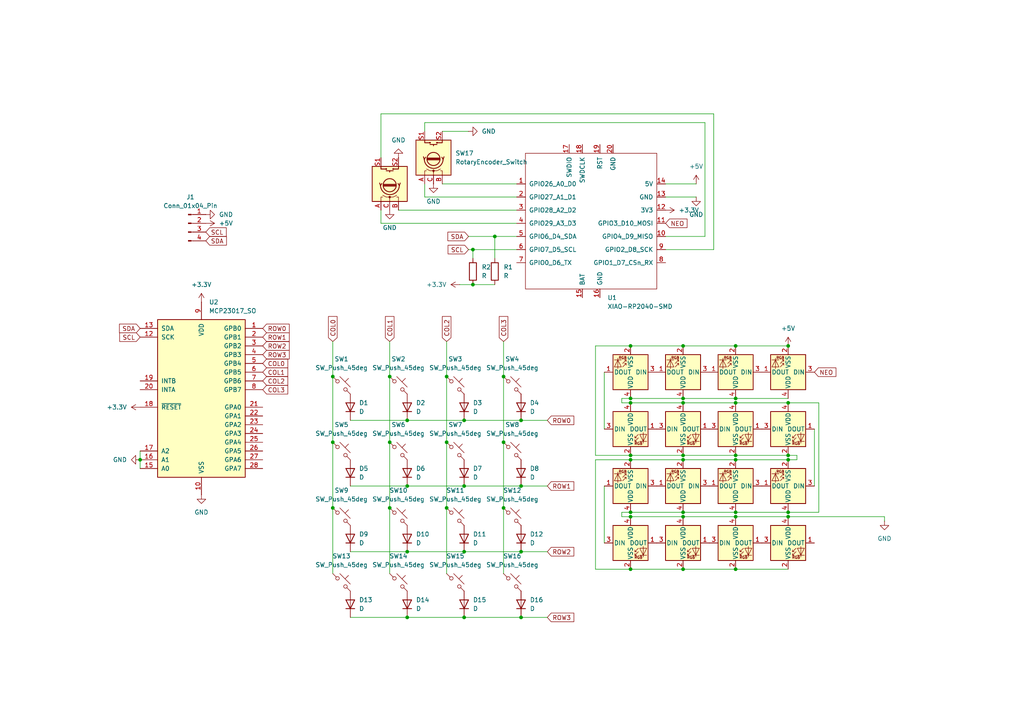
<source format=kicad_sch>
(kicad_sch (version 20231120) (generator "eeschema") (generator_version "8.0")
  (paper "A4")
  (lib_symbols
    (symbol "Connector:Conn_01x04_Pin" (pin_names (offset 1.016) hide)
      (property "Reference" "J" (at 0 5.08 0))
      (property "Value" "Conn_01x04_Pin" (at 0 -7.62 0))
      (symbol "Conn_01x04_Pin_1_1"
        (polyline (pts (xy 1.27 -5.08) (xy 0.8636 -5.08)) (stroke (width 0.1524)))
        (polyline (pts (xy 1.27 -2.54) (xy 0.8636 -2.54)) (stroke (width 0.1524)))
        (polyline (pts (xy 1.27 0) (xy 0.8636 0)) (stroke (width 0.1524)))
        (polyline (pts (xy 1.27 2.54) (xy 0.8636 2.54)) (stroke (width 0.1524)))
        (rectangle (start 0.8636 -4.953) (end 0 -5.207) (stroke (width 0.1524)) (fill (type outline)))
        (rectangle (start 0.8636 -2.413) (end 0 -2.667) (stroke (width 0.1524)) (fill (type outline)))
        (rectangle (start 0.8636 0.127) (end 0 -0.127) (stroke (width 0.1524)) (fill (type outline)))
        (rectangle (start 0.8636 2.667) (end 0 2.413) (stroke (width 0.1524)) (fill (type outline)))
        (pin passive line (at 5.08 2.54 180) (length 3.81) (name "Pin_1") (number "1"))
        (pin passive line (at 5.08 0 180) (length 3.81) (name "Pin_2") (number "2"))
        (pin passive line (at 5.08 -2.54 180) (length 3.81) (name "Pin_3") (number "3"))
        (pin passive line (at 5.08 -5.08 180) (length 3.81) (name "Pin_4") (number "4"))
      )
    )
    (symbol "Device:D" (pin_numbers hide) (pin_names (offset 1.016) hide)
      (property "Reference" "D" (at 0 2.54 0))
      (property "Value" "D" (at 0 -2.54 0))
      (symbol "D_0_1"
        (polyline (pts (xy -1.27 1.27) (xy -1.27 -1.27)) (stroke (width 0.254)))
        (polyline (pts (xy 1.27 0) (xy -1.27 0)))
        (polyline (pts (xy 1.27 1.27) (xy 1.27 -1.27) (xy -1.27 0) (xy 1.27 1.27)) (stroke (width 0.254)))
      )
      (symbol "D_1_1"
        (pin passive line (at -3.81 0 0) (length 2.54) (name "K") (number "1"))
        (pin passive line (at 3.81 0 180) (length 2.54) (name "A") (number "2"))
      )
    )
    (symbol "Device:R" (pin_numbers hide) (pin_names (offset 0))
      (property "Reference" "R" (at 2.032 0 90))
      (property "Value" "R" (at 0 0 90))
      (symbol "R_0_1"
        (rectangle (start -1.016 -2.54) (end 1.016 2.54) (stroke (width 0.254)))
      )
      (symbol "R_1_1"
        (pin passive line (at 0 3.81 270) (length 1.27) (name "~") (number "1"))
        (pin passive line (at 0 -3.81 90) (length 1.27) (name "~") (number "2"))
      )
    )
    (symbol "Device:RotaryEncoder_Switch" (pin_names (offset 0.254) hide)
      (property "Reference" "SW" (at 0 6.604 0))
      (property "Value" "RotaryEncoder_Switch" (at 0 -6.604 0))
      (symbol "RotaryEncoder_Switch_0_1"
        (rectangle (start -5.08 5.08) (end 5.08 -5.08) (stroke (width 0.254)) (fill (type background)))
        (circle (center -3.81 0) (radius 0.254) (fill (type outline)))
        (circle (center -0.381 0) (radius 1.905) (stroke (width 0.254)))
        (arc (start -0.381 2.667) (mid -3.0988 -0.0635) (end -0.381 -2.794) (stroke (width 0.254)))
        (polyline (pts (xy -0.635 -1.778) (xy -0.635 1.778)) (stroke (width 0.254)))
        (polyline (pts (xy -0.381 -1.778) (xy -0.381 1.778)) (stroke (width 0.254)))
        (polyline (pts (xy -0.127 1.778) (xy -0.127 -1.778)) (stroke (width 0.254)))
        (polyline (pts (xy 3.81 0) (xy 3.429 0)) (stroke (width 0.254)))
        (polyline (pts (xy 3.81 1.016) (xy 3.81 -1.016)) (stroke (width 0.254)))
        (polyline (pts (xy -5.08 -2.54) (xy -3.81 -2.54) (xy -3.81 -2.032)))
        (polyline (pts (xy -5.08 2.54) (xy -3.81 2.54) (xy -3.81 2.032)))
        (polyline (pts (xy 0.254 -3.048) (xy -0.508 -2.794) (xy 0.127 -2.413)) (stroke (width 0.254)))
        (polyline (pts (xy 0.254 2.921) (xy -0.508 2.667) (xy 0.127 2.286)) (stroke (width 0.254)))
        (polyline (pts (xy 5.08 -2.54) (xy 4.318 -2.54) (xy 4.318 -1.016)) (stroke (width 0.254)))
        (polyline (pts (xy 5.08 2.54) (xy 4.318 2.54) (xy 4.318 1.016)) (stroke (width 0.254)))
        (polyline (pts (xy -5.08 0) (xy -3.81 0) (xy -3.81 -1.016) (xy -3.302 -2.032)))
        (polyline (pts (xy -4.318 0) (xy -3.81 0) (xy -3.81 1.016) (xy -3.302 2.032)))
        (circle (center 4.318 -1.016) (radius 0.127) (stroke (width 0.254)))
        (circle (center 4.318 1.016) (radius 0.127) (stroke (width 0.254)))
      )
      (symbol "RotaryEncoder_Switch_1_1"
        (pin passive line (at -7.62 2.54 0) (length 2.54) (name "A") (number "A"))
        (pin passive line (at -7.62 -2.54 0) (length 2.54) (name "B") (number "B"))
        (pin passive line (at -7.62 0 0) (length 2.54) (name "C") (number "C"))
        (pin passive line (at 7.62 2.54 180) (length 2.54) (name "S1") (number "S1"))
        (pin passive line (at 7.62 -2.54 180) (length 2.54) (name "S2") (number "S2"))
      )
    )
    (symbol "Interface_Expansion:MCP23017_SO" (pin_names (offset 1.016))
      (property "Reference" "U" (at -11.43 24.13 0))
      (property "Value" "MCP23017_SO" (at 0 0 0))
      (symbol "MCP23017_SO_0_1"
        (rectangle (start -12.7 22.86) (end 12.7 -22.86) (stroke (width 0.254)) (fill (type background)))
      )
      (symbol "MCP23017_SO_1_1"
        (pin bidirectional line (at 17.78 20.32 180) (length 5.08) (name "GPB0") (number "1"))
        (pin power_in line (at 0 -27.94 90) (length 5.08) (name "VSS") (number "10"))
        (pin no_connect line (at -12.7 15.24 0) (length 5.08) hide (name "NC") (number "11"))
        (pin input line (at -17.78 17.78 0) (length 5.08) (name "SCK") (number "12"))
        (pin bidirectional line (at -17.78 20.32 0) (length 5.08) (name "SDA") (number "13"))
        (pin no_connect line (at -12.7 12.7 0) (length 5.08) hide (name "NC") (number "14"))
        (pin input line (at -17.78 -20.32 0) (length 5.08) (name "A0") (number "15"))
        (pin input line (at -17.78 -17.78 0) (length 5.08) (name "A1") (number "16"))
        (pin input line (at -17.78 -15.24 0) (length 5.08) (name "A2") (number "17"))
        (pin input line (at -17.78 -2.54 0) (length 5.08) (name "~{RESET}") (number "18"))
        (pin tri_state line (at -17.78 5.08 0) (length 5.08) (name "INTB") (number "19"))
        (pin bidirectional line (at 17.78 17.78 180) (length 5.08) (name "GPB1") (number "2"))
        (pin tri_state line (at -17.78 2.54 0) (length 5.08) (name "INTA") (number "20"))
        (pin bidirectional line (at 17.78 -2.54 180) (length 5.08) (name "GPA0") (number "21"))
        (pin bidirectional line (at 17.78 -5.08 180) (length 5.08) (name "GPA1") (number "22"))
        (pin bidirectional line (at 17.78 -7.62 180) (length 5.08) (name "GPA2") (number "23"))
        (pin bidirectional line (at 17.78 -10.16 180) (length 5.08) (name "GPA3") (number "24"))
        (pin bidirectional line (at 17.78 -12.7 180) (length 5.08) (name "GPA4") (number "25"))
        (pin bidirectional line (at 17.78 -15.24 180) (length 5.08) (name "GPA5") (number "26"))
        (pin bidirectional line (at 17.78 -17.78 180) (length 5.08) (name "GPA6") (number "27"))
        (pin bidirectional line (at 17.78 -20.32 180) (length 5.08) (name "GPA7") (number "28"))
        (pin bidirectional line (at 17.78 15.24 180) (length 5.08) (name "GPB2") (number "3"))
        (pin bidirectional line (at 17.78 12.7 180) (length 5.08) (name "GPB3") (number "4"))
        (pin bidirectional line (at 17.78 10.16 180) (length 5.08) (name "GPB4") (number "5"))
        (pin bidirectional line (at 17.78 7.62 180) (length 5.08) (name "GPB5") (number "6"))
        (pin bidirectional line (at 17.78 5.08 180) (length 5.08) (name "GPB6") (number "7"))
        (pin bidirectional line (at 17.78 2.54 180) (length 5.08) (name "GPB7") (number "8"))
        (pin power_in line (at 0 27.94 270) (length 5.08) (name "VDD") (number "9"))
      )
    )
    (symbol "LED:SK6812MINI" (pin_names (offset 0.254))
      (property "Reference" "D" (at 5.08 5.715 0))
      (property "Value" "SK6812MINI" (at 1.27 -5.715 0))
      (symbol "SK6812MINI_0_0"
        (text "RGB" (at 2.286 -4.191 0) (effects (font (size 0.762 0.762))))
      )
      (symbol "SK6812MINI_0_1"
        (polyline (pts (xy 1.27 -3.556) (xy 1.778 -3.556)))
        (polyline (pts (xy 1.27 -2.54) (xy 1.778 -2.54)))
        (polyline (pts (xy 4.699 -3.556) (xy 2.667 -3.556)))
        (polyline (pts (xy 2.286 -2.54) (xy 1.27 -3.556) (xy 1.27 -3.048)))
        (polyline (pts (xy 2.286 -1.524) (xy 1.27 -2.54) (xy 1.27 -2.032)))
        (polyline (pts (xy 3.683 -1.016) (xy 3.683 -3.556) (xy 3.683 -4.064)))
        (polyline (pts (xy 4.699 -1.524) (xy 2.667 -1.524) (xy 3.683 -3.556) (xy 4.699 -1.524)))
        (rectangle (start 5.08 5.08) (end -5.08 -5.08) (stroke (width 0.254)) (fill (type background)))
      )
      (symbol "SK6812MINI_1_1"
        (pin output line (at 7.62 0 180) (length 2.54) (name "DOUT") (number "1"))
        (pin power_in line (at 0 -7.62 90) (length 2.54) (name "VSS") (number "2"))
        (pin input line (at -7.62 0 0) (length 2.54) (name "DIN") (number "3"))
        (pin power_in line (at 0 7.62 270) (length 2.54) (name "VDD") (number "4"))
      )
    )
    (symbol "Seeed_Studio_XIAO_Series:XIAO-RP2040-SMD" (pin_names (offset 1.016))
      (property "Reference" "U" (at -18.542 23.114 0))
      (property "Value" "XIAO-RP2040-SMD" (at -8.382 21.336 0))
      (symbol "XIAO-RP2040-SMD_0_1"
        (rectangle (start 19.05 -19.05) (end -19.05 20.32))
      )
      (symbol "XIAO-RP2040-SMD_1_1"
        (pin passive line (at -21.59 11.43 0) (length 2.54) (name "GPIO26_A0_D0") (number "1"))
        (pin passive line (at 21.59 -3.81 180) (length 2.54) (name "GPIO4_D9_MISO") (number "10"))
        (pin passive line (at 21.59 0 180) (length 2.54) (name "GPIO3_D10_MOSI") (number "11"))
        (pin passive line (at 21.59 3.81 180) (length 2.54) (name "3V3") (number "12"))
        (pin passive line (at 21.59 7.62 180) (length 2.54) (name "GND") (number "13"))
        (pin passive line (at 21.59 11.43 180) (length 2.54) (name "5V") (number "14"))
        (pin passive line (at -2.54 -21.59 90) (length 2.54) (name "BAT") (number "15"))
        (pin passive line (at 2.54 -21.59 90) (length 2.54) (name "GND") (number "16"))
        (pin passive line (at -6.35 22.86 270) (length 2.54) (name "SWDIO") (number "17"))
        (pin passive line (at -2.54 22.86 270) (length 2.54) (name "SWDCLK") (number "18"))
        (pin passive line (at 2.54 22.86 270) (length 2.54) (name "RST") (number "19"))
        (pin passive line (at -21.59 7.62 0) (length 2.54) (name "GPIO27_A1_D1") (number "2"))
        (pin passive line (at 6.35 22.86 270) (length 2.54) (name "GND") (number "20"))
        (pin passive line (at -21.59 3.81 0) (length 2.54) (name "GPIO28_A2_D2") (number "3"))
        (pin passive line (at -21.59 0 0) (length 2.54) (name "GPIO29_A3_D3") (number "4"))
        (pin passive line (at -21.59 -3.81 0) (length 2.54) (name "GPIO6_D4_SDA") (number "5"))
        (pin passive line (at -21.59 -7.62 0) (length 2.54) (name "GPIO7_D5_SCL") (number "6"))
        (pin passive line (at -21.59 -11.43 0) (length 2.54) (name "GPIO0_D6_TX") (number "7"))
        (pin passive line (at 21.59 -11.43 180) (length 2.54) (name "GPIO1_D7_CSn_RX") (number "8"))
        (pin passive line (at 21.59 -7.62 180) (length 2.54) (name "GPIO2_D8_SCK") (number "9"))
      )
    )
    (symbol "Switch:SW_Push_45deg" (pin_numbers hide) (pin_names (offset 1.016) hide)
      (property "Reference" "SW" (at 3.048 1.016 0))
      (property "Value" "SW_Push_45deg" (at 0 -3.81 0))
      (symbol "SW_Push_45deg_0_1"
        (circle (center -1.1684 1.1684) (radius 0.508))
        (polyline (pts (xy -0.508 2.54) (xy 2.54 -0.508)))
        (polyline (pts (xy 1.016 1.016) (xy 2.032 2.032)))
        (polyline (pts (xy -2.54 2.54) (xy -1.524 1.524) (xy -1.524 1.524)))
        (polyline (pts (xy 1.524 -1.524) (xy 2.54 -2.54) (xy 2.54 -2.54) (xy 2.54 -2.54)))
        (circle (center 1.143 -1.1938) (radius 0.508))
        (pin passive line (at -2.54 2.54 0) (length 0) (name "1") (number "1"))
        (pin passive line (at 2.54 -2.54 180) (length 0) (name "2") (number "2"))
      )
    )
    (symbol "power:+3.3V" (power) (pin_numbers hide) (pin_names (offset 0) hide)
      (property "Value" "+3.3V" (at 0 3.556 0))
      (symbol "+3.3V_0_1"
        (polyline (pts (xy -0.762 1.27) (xy 0 2.54)))
        (polyline (pts (xy 0 0) (xy 0 2.54)))
        (polyline (pts (xy 0 2.54) (xy 0.762 1.27)))
      )
      (symbol "+3.3V_1_1"
        (pin power_in line (at 0 0 90) (length 0) (name "~") (number "1"))
      )
    )
    (symbol "power:+5V" (power) (pin_numbers hide) (pin_names (offset 0) hide)
      (property "Value" "+5V" (at 0 3.556 0))
      (symbol "+5V_0_1"
        (polyline (pts (xy -0.762 1.27) (xy 0 2.54)))
        (polyline (pts (xy 0 0) (xy 0 2.54)))
        (polyline (pts (xy 0 2.54) (xy 0.762 1.27)))
      )
      (symbol "+5V_1_1"
        (pin power_in line (at 0 0 90) (length 0) (name "~") (number "1"))
      )
    )
    (symbol "power:GND" (power) (pin_numbers hide) (pin_names (offset 0) hide)
      (property "Value" "GND" (at 0 -3.81 0))
      (symbol "GND_0_1"
        (polyline (pts (xy 0 0) (xy 0 -1.27) (xy 1.27 -1.27) (xy 0 -2.54) (xy -1.27 -1.27) (xy 0 -1.27)))
      )
      (symbol "GND_1_1"
        (pin power_in line (at 0 0 270) (length 0) (name "~") (number "1"))
      )
    )
  )
  (junction (at 213.36 132.08))
  (junction (at 198.12 133.35))
  (junction (at 198.12 149.86))
  (junction (at 134.62 121.92))
  (junction (at 198.12 165.1))
  (junction (at 213.36 149.86))
  (junction (at 137.16 72.39))
  (junction (at 146.05 128.27))
  (junction (at 118.11 179.07))
  (junction (at 182.88 100.33))
  (junction (at 146.05 109.22))
  (junction (at 228.6 116.84))
  (junction (at 96.52 147.32))
  (junction (at 182.88 148.59))
  (junction (at 182.88 132.08))
  (junction (at 198.12 115.57))
  (junction (at 129.54 128.27))
  (junction (at 134.62 179.07))
  (junction (at 198.12 100.33))
  (junction (at 137.16 82.55))
  (junction (at 129.54 109.22))
  (junction (at 113.03 109.22))
  (junction (at 151.13 140.97))
  (junction (at 151.13 179.07))
  (junction (at 151.13 160.02))
  (junction (at 213.36 133.35))
  (junction (at 129.54 147.32))
  (junction (at 146.05 147.32))
  (junction (at 213.36 115.57))
  (junction (at 182.88 165.1))
  (junction (at 228.6 100.33))
  (junction (at 213.36 148.59))
  (junction (at 198.12 116.84))
  (junction (at 96.52 109.22))
  (junction (at 134.62 140.97))
  (junction (at 40.64 133.35))
  (junction (at 228.6 132.08))
  (junction (at 198.12 148.59))
  (junction (at 151.13 121.92))
  (junction (at 228.6 133.35))
  (junction (at 198.12 132.08))
  (junction (at 182.88 133.35))
  (junction (at 228.6 149.86))
  (junction (at 118.11 140.97))
  (junction (at 228.6 148.59))
  (junction (at 143.51 68.58))
  (junction (at 113.03 147.32))
  (junction (at 182.88 115.57))
  (junction (at 213.36 116.84))
  (junction (at 118.11 160.02))
  (junction (at 182.88 149.86))
  (junction (at 182.88 116.84))
  (junction (at 118.11 121.92))
  (junction (at 96.52 128.27))
  (junction (at 213.36 100.33))
  (junction (at 113.03 128.27))
  (junction (at 134.62 160.02))
  (junction (at 213.36 165.1))
  (wire (pts (xy 151.13 160.02) (xy 158.75 160.02)))
  (wire (pts (xy 180.34 148.59) (xy 180.34 149.86)))
  (wire (pts (xy 182.88 149.86) (xy 198.12 149.86)))
  (wire (pts (xy 110.49 33.02) (xy 207.01 33.02)))
  (wire (pts (xy 172.72 132.08) (xy 182.88 132.08)))
  (wire (pts (xy 137.16 74.93) (xy 137.16 72.39)))
  (wire (pts (xy 146.05 147.32) (xy 146.05 166.37)))
  (wire (pts (xy 137.16 72.39) (xy 135.89 72.39)))
  (wire (pts (xy 137.16 72.39) (xy 149.86 72.39)))
  (wire (pts (xy 204.47 35.56) (xy 204.47 68.58)))
  (wire (pts (xy 129.54 109.22) (xy 129.54 128.27)))
  (wire (pts (xy 182.88 132.08) (xy 198.12 132.08)))
  (wire (pts (xy 182.88 165.1) (xy 198.12 165.1)))
  (wire (pts (xy 96.52 99.06) (xy 96.52 109.22)))
  (wire (pts (xy 135.89 68.58) (xy 143.51 68.58)))
  (wire (pts (xy 236.22 124.46) (xy 236.22 140.97)))
  (wire (pts (xy 172.72 100.33) (xy 172.72 132.08)))
  (wire (pts (xy 237.49 148.59) (xy 228.6 148.59)))
  (wire (pts (xy 198.12 133.35) (xy 182.88 133.35)))
  (wire (pts (xy 129.54 128.27) (xy 129.54 147.32)))
  (wire (pts (xy 175.26 140.97) (xy 175.26 157.48)))
  (wire (pts (xy 123.19 57.15) (xy 149.86 57.15)))
  (wire (pts (xy 182.88 133.35) (xy 172.72 133.35)))
  (wire (pts (xy 129.54 147.32) (xy 129.54 166.37)))
  (wire (pts (xy 123.19 35.56) (xy 204.47 35.56)))
  (wire (pts (xy 198.12 165.1) (xy 213.36 165.1)))
  (wire (pts (xy 180.34 116.84) (xy 182.88 116.84)))
  (wire (pts (xy 118.11 121.92) (xy 134.62 121.92)))
  (wire (pts (xy 151.13 179.07) (xy 158.75 179.07)))
  (wire (pts (xy 134.62 179.07) (xy 151.13 179.07)))
  (wire (pts (xy 118.11 140.97) (xy 134.62 140.97)))
  (wire (pts (xy 198.12 100.33) (xy 182.88 100.33)))
  (wire (pts (xy 228.6 133.35) (xy 213.36 133.35)))
  (wire (pts (xy 198.12 149.86) (xy 213.36 149.86)))
  (wire (pts (xy 198.12 115.57) (xy 182.88 115.57)))
  (wire (pts (xy 143.51 68.58) (xy 149.86 68.58)))
  (wire (pts (xy 228.6 100.33) (xy 213.36 100.33)))
  (wire (pts (xy 134.62 160.02) (xy 151.13 160.02)))
  (wire (pts (xy 40.64 130.81) (xy 40.64 133.35)))
  (wire (pts (xy 207.01 33.02) (xy 207.01 72.39)))
  (wire (pts (xy 123.19 35.56) (xy 123.19 38.1)))
  (wire (pts (xy 231.14 132.08) (xy 231.14 133.35)))
  (wire (pts (xy 143.51 74.93) (xy 143.51 68.58)))
  (wire (pts (xy 180.34 115.57) (xy 180.34 116.84)))
  (wire (pts (xy 256.54 149.86) (xy 256.54 151.13)))
  (wire (pts (xy 193.04 53.34) (xy 201.93 53.34)))
  (wire (pts (xy 113.03 109.22) (xy 113.03 128.27)))
  (wire (pts (xy 96.52 109.22) (xy 96.52 128.27)))
  (wire (pts (xy 129.54 99.06) (xy 129.54 109.22)))
  (wire (pts (xy 40.64 133.35) (xy 40.64 135.89)))
  (wire (pts (xy 134.62 140.97) (xy 151.13 140.97)))
  (wire (pts (xy 182.88 148.59) (xy 180.34 148.59)))
  (wire (pts (xy 228.6 116.84) (xy 237.49 116.84)))
  (wire (pts (xy 175.26 107.95) (xy 175.26 124.46)))
  (wire (pts (xy 118.11 160.02) (xy 134.62 160.02)))
  (wire (pts (xy 110.49 60.96) (xy 110.49 64.77)))
  (wire (pts (xy 110.49 45.72) (xy 110.49 33.02)))
  (wire (pts (xy 113.03 128.27) (xy 113.03 147.32)))
  (wire (pts (xy 213.36 100.33) (xy 198.12 100.33)))
  (wire (pts (xy 172.72 133.35) (xy 172.72 165.1)))
  (wire (pts (xy 213.36 116.84) (xy 228.6 116.84)))
  (wire (pts (xy 213.36 133.35) (xy 198.12 133.35)))
  (wire (pts (xy 213.36 165.1) (xy 228.6 165.1)))
  (wire (pts (xy 151.13 121.92) (xy 158.75 121.92)))
  (wire (pts (xy 182.88 116.84) (xy 198.12 116.84)))
  (wire (pts (xy 101.6 140.97) (xy 118.11 140.97)))
  (wire (pts (xy 198.12 148.59) (xy 182.88 148.59)))
  (wire (pts (xy 151.13 140.97) (xy 158.75 140.97)))
  (wire (pts (xy 113.03 99.06) (xy 113.03 109.22)))
  (wire (pts (xy 101.6 121.92) (xy 118.11 121.92)))
  (wire (pts (xy 204.47 68.58) (xy 193.04 68.58)))
  (wire (pts (xy 182.88 100.33) (xy 172.72 100.33)))
  (wire (pts (xy 180.34 149.86) (xy 182.88 149.86)))
  (wire (pts (xy 207.01 72.39) (xy 193.04 72.39)))
  (wire (pts (xy 193.04 57.15) (xy 201.93 57.15)))
  (wire (pts (xy 146.05 99.06) (xy 146.05 109.22)))
  (wire (pts (xy 228.6 132.08) (xy 231.14 132.08)))
  (wire (pts (xy 213.36 132.08) (xy 228.6 132.08)))
  (wire (pts (xy 134.62 121.92) (xy 151.13 121.92)))
  (wire (pts (xy 198.12 116.84) (xy 213.36 116.84)))
  (wire (pts (xy 146.05 128.27) (xy 146.05 147.32)))
  (wire (pts (xy 231.14 133.35) (xy 228.6 133.35)))
  (wire (pts (xy 128.27 38.1) (xy 135.89 38.1)))
  (wire (pts (xy 96.52 128.27) (xy 96.52 147.32)))
  (wire (pts (xy 128.27 53.34) (xy 149.86 53.34)))
  (wire (pts (xy 182.88 115.57) (xy 180.34 115.57)))
  (wire (pts (xy 115.57 60.96) (xy 149.86 60.96)))
  (wire (pts (xy 172.72 165.1) (xy 182.88 165.1)))
  (wire (pts (xy 118.11 179.07) (xy 134.62 179.07)))
  (wire (pts (xy 110.49 64.77) (xy 149.86 64.77)))
  (wire (pts (xy 96.52 147.32) (xy 96.52 166.37)))
  (wire (pts (xy 213.36 115.57) (xy 198.12 115.57)))
  (wire (pts (xy 228.6 149.86) (xy 256.54 149.86)))
  (wire (pts (xy 228.6 148.59) (xy 213.36 148.59)))
  (wire (pts (xy 237.49 116.84) (xy 237.49 148.59)))
  (wire (pts (xy 228.6 115.57) (xy 213.36 115.57)))
  (wire (pts (xy 213.36 149.86) (xy 228.6 149.86)))
  (wire (pts (xy 113.03 147.32) (xy 113.03 166.37)))
  (wire (pts (xy 101.6 179.07) (xy 118.11 179.07)))
  (wire (pts (xy 101.6 160.02) (xy 118.11 160.02)))
  (wire (pts (xy 198.12 132.08) (xy 213.36 132.08)))
  (wire (pts (xy 146.05 109.22) (xy 146.05 128.27)))
  (wire (pts (xy 137.16 82.55) (xy 143.51 82.55)))
  (wire (pts (xy 123.19 57.15) (xy 123.19 53.34)))
  (wire (pts (xy 213.36 148.59) (xy 198.12 148.59)))
  (wire (pts (xy 133.35 82.55) (xy 137.16 82.55)))
  (global_label "COL2" (shape input) (at 129.54 99.06 90) (property "Intersheetrefs" "${INTERSHEET_REFS}" (effects (hide yes))))
  (global_label "SDA" (shape input) (at 40.64 95.25 180) (property "Intersheetrefs" "${INTERSHEET_REFS}" (effects (hide yes))))
  (global_label "ROW2" (shape input) (at 76.2 100.33 0) (property "Intersheetrefs" "${INTERSHEET_REFS}" (effects (hide yes))))
  (global_label "ROW1" (shape input) (at 158.75 140.97 0) (property "Intersheetrefs" "${INTERSHEET_REFS}" (effects (hide yes))))
  (global_label "COL1" (shape input) (at 76.2 107.95 0) (property "Intersheetrefs" "${INTERSHEET_REFS}" (effects (hide yes))))
  (global_label "ROW3" (shape input) (at 158.75 179.07 0) (property "Intersheetrefs" "${INTERSHEET_REFS}" (effects (hide yes))))
  (global_label "ROW2" (shape input) (at 158.75 160.02 0) (property "Intersheetrefs" "${INTERSHEET_REFS}" (effects (hide yes))))
  (global_label "NEO" (shape input) (at 193.04 64.77 0) (property "Intersheetrefs" "${INTERSHEET_REFS}" (effects (hide yes))))
  (global_label "COL2" (shape input) (at 76.2 110.49 0) (property "Intersheetrefs" "${INTERSHEET_REFS}" (effects (hide yes))))
  (global_label "SCL" (shape input) (at 40.64 97.79 180) (property "Intersheetrefs" "${INTERSHEET_REFS}" (effects (hide yes))))
  (global_label "COL0" (shape input) (at 76.2 105.41 0) (property "Intersheetrefs" "${INTERSHEET_REFS}" (effects (hide yes))))
  (global_label "COL0" (shape input) (at 96.52 99.06 90) (property "Intersheetrefs" "${INTERSHEET_REFS}" (effects (hide yes))))
  (global_label "COL1" (shape input) (at 113.03 99.06 90) (property "Intersheetrefs" "${INTERSHEET_REFS}" (effects (hide yes))))
  (global_label "ROW0" (shape input) (at 76.2 95.25 0) (property "Intersheetrefs" "${INTERSHEET_REFS}" (effects (hide yes))))
  (global_label "SDA" (shape input) (at 135.89 68.58 180) (property "Intersheetrefs" "${INTERSHEET_REFS}" (effects (hide yes))))
  (global_label "ROW1" (shape input) (at 76.2 97.79 0) (property "Intersheetrefs" "${INTERSHEET_REFS}" (effects (hide yes))))
  (global_label "ROW3" (shape input) (at 76.2 102.87 0) (property "Intersheetrefs" "${INTERSHEET_REFS}" (effects (hide yes))))
  (global_label "SCL" (shape input) (at 59.69 67.31 0) (property "Intersheetrefs" "${INTERSHEET_REFS}" (effects (hide yes))))
  (global_label "COL3" (shape input) (at 76.2 113.03 0) (property "Intersheetrefs" "${INTERSHEET_REFS}" (effects (hide yes))))
  (global_label "ROW0" (shape input) (at 158.75 121.92 0) (property "Intersheetrefs" "${INTERSHEET_REFS}" (effects (hide yes))))
  (global_label "SDA" (shape input) (at 59.69 69.85 0) (property "Intersheetrefs" "${INTERSHEET_REFS}" (effects (hide yes))))
  (global_label "NEO" (shape input) (at 236.22 107.95 0) (property "Intersheetrefs" "${INTERSHEET_REFS}" (effects (hide yes))))
  (global_label "SCL" (shape input) (at 135.89 72.39 180) (property "Intersheetrefs" "${INTERSHEET_REFS}" (effects (hide yes))))
  (global_label "COL3" (shape input) (at 146.05 99.06 90) (property "Intersheetrefs" "${INTERSHEET_REFS}" (effects (hide yes))))
  (symbol (lib_id "LED:SK6812MINI") (at 213.36 107.95 180) (unit 1)
    (property "Reference" "D18" (effects (hide yes)))
    (property "Value" "SK6812MINI" (effects (hide yes)))
    (property "Footprint" "CustomLib:GoofyLED" (effects (hide yes)))
    (property "Datasheet" "https://cdn-shop.adafruit.com/product-files/2686/SK6812MINI_REV.01-1-2.pdf" (effects (hide yes)))
    (property "Description" "RGB LED with integrated controller" (effects (hide yes)))
  )
  (symbol (lib_id "Device:RotaryEncoder_Switch") (at 113.03 53.34 90) (unit 1)
    (property "Reference" "SW18" (effects (hide yes)))
    (property "Value" "RotaryEncoder_Switch" (effects (hide yes)))
    (property "Footprint" "Rotary_Encoder:RotaryEncoder_Alps_EC11E-Switch_Vertical_H20mm_CircularMountingHoles" (effects (hide yes)))
    (property "Description" "Rotary encoder, dual channel, incremental quadrate outputs, with switch" (effects (hide yes)))
  )
  (symbol (lib_id "Device:D") (at 118.11 175.26 90) (unit 1)
    (property "Reference" "D14" (at 120.65 173.9899 90) (effects (justify right)))
    (property "Value" "D" (at 120.65 176.5299 90) (effects (justify right)))
    (property "Footprint" "Diode_THT:D_DO-35_SOD27_P7.62mm_Horizontal" (effects (hide yes)))
    (property "Description" "Diode" (effects (hide yes)))
    (property "Sim.Device" "D" (effects (hide yes)))
    (property "Sim.Pins" "1=K 2=A" (effects (hide yes)))
  )
  (symbol (lib_id "Switch:SW_Push_45deg") (at 132.08 168.91 0) (unit 1)
    (property "Reference" "SW15" (at 132.08 161.29 0))
    (property "Value" "SW_Push_45deg" (at 132.08 163.83 0))
    (property "Footprint" "CustomLib:CustomSwitch" (effects (hide yes)))
    (property "Description" "Push button switch, normally open, two pins, 45° tilted" (effects (hide yes)))
  )
  (symbol (lib_id "Switch:SW_Push_45deg") (at 99.06 168.91 0) (unit 1)
    (property "Reference" "SW13" (at 99.06 161.29 0))
    (property "Value" "SW_Push_45deg" (at 99.06 163.83 0))
    (property "Footprint" "CustomLib:CustomSwitch" (effects (hide yes)))
    (property "Description" "Push button switch, normally open, two pins, 45° tilted" (effects (hide yes)))
  )
  (symbol (lib_id "power:+5V") (at 228.6 100.33 0) (unit 1)
    (property "Reference" "#PWR012" (effects (hide yes)))
    (property "Value" "+5V" (at 228.6 95.25 0))
    (property "Description" "Power symbol creates a global label with name \"+5V\"" (effects (hide yes)))
  )
  (symbol (lib_id "Device:D") (at 101.6 156.21 90) (unit 1)
    (property "Reference" "D9" (at 104.14 154.9399 90) (effects (justify right)))
    (property "Value" "D" (at 104.14 157.4799 90) (effects (justify right)))
    (property "Footprint" "Diode_THT:D_DO-35_SOD27_P7.62mm_Horizontal" (effects (hide yes)))
    (property "Description" "Diode" (effects (hide yes)))
    (property "Sim.Device" "D" (effects (hide yes)))
    (property "Sim.Pins" "1=K 2=A" (effects (hide yes)))
  )
  (symbol (lib_id "LED:SK6812MINI") (at 182.88 140.97 180) (unit 1)
    (property "Reference" "D28" (effects (hide yes)))
    (property "Value" "SK6812MINI" (effects (hide yes)))
    (property "Footprint" "CustomLib:GoofyLED" (effects (hide yes)))
    (property "Datasheet" "https://cdn-shop.adafruit.com/product-files/2686/SK6812MINI_REV.01-1-2.pdf" (effects (hide yes)))
    (property "Description" "RGB LED with integrated controller" (effects (hide yes)))
  )
  (symbol (lib_id "LED:SK6812MINI") (at 198.12 157.48 0) (unit 1)
    (property "Reference" "D30" (effects (hide yes)))
    (property "Value" "SK6812MINI" (effects (hide yes)))
    (property "Footprint" "CustomLib:GoofyLED" (effects (hide yes)))
    (property "Datasheet" "https://cdn-shop.adafruit.com/product-files/2686/SK6812MINI_REV.01-1-2.pdf" (effects (hide yes)))
    (property "Description" "RGB LED with integrated controller" (effects (hide yes)))
  )
  (symbol (lib_id "power:+3.3V") (at 58.42 87.63 0) (unit 1)
    (property "Reference" "#PWR09" (effects (hide yes)))
    (property "Value" "+3.3V" (at 58.42 82.55 0))
    (property "Description" "Power symbol creates a global label with name \"+3.3V\"" (effects (hide yes)))
  )
  (symbol (lib_id "power:GND") (at 115.57 45.72 180) (unit 1)
    (property "Reference" "#PWR016" (effects (hide yes)))
    (property "Value" "GND" (at 115.57 40.64 0))
    (property "Description" "Power symbol creates a global label with name \"GND\" , ground" (effects (hide yes)))
  )
  (symbol (lib_id "Switch:SW_Push_45deg") (at 115.57 149.86 0) (unit 1)
    (property "Reference" "SW10" (at 115.57 142.24 0))
    (property "Value" "SW_Push_45deg" (at 115.57 144.78 0))
    (property "Footprint" "CustomLib:CustomSwitch" (effects (hide yes)))
    (property "Description" "Push button switch, normally open, two pins, 45° tilted" (effects (hide yes)))
  )
  (symbol (lib_id "power:+3.3V") (at 40.64 118.11 90) (unit 1)
    (property "Reference" "#PWR06" (effects (hide yes)))
    (property "Value" "+3.3V" (at 36.83 118.1099 90) (effects (justify left)))
    (property "Description" "Power symbol creates a global label with name \"+3.3V\"" (effects (hide yes)))
  )
  (symbol (lib_id "LED:SK6812MINI") (at 198.12 107.95 180) (unit 1)
    (property "Reference" "D19" (effects (hide yes)))
    (property "Value" "SK6812MINI" (effects (hide yes)))
    (property "Footprint" "CustomLib:GoofyLED" (effects (hide yes)))
    (property "Datasheet" "https://cdn-shop.adafruit.com/product-files/2686/SK6812MINI_REV.01-1-2.pdf" (effects (hide yes)))
    (property "Description" "RGB LED with integrated controller" (effects (hide yes)))
  )
  (symbol (lib_id "LED:SK6812MINI") (at 198.12 140.97 180) (unit 1)
    (property "Reference" "D27" (effects (hide yes)))
    (property "Value" "SK6812MINI" (effects (hide yes)))
    (property "Footprint" "CustomLib:GoofyLED" (effects (hide yes)))
    (property "Datasheet" "https://cdn-shop.adafruit.com/product-files/2686/SK6812MINI_REV.01-1-2.pdf" (effects (hide yes)))
    (property "Description" "RGB LED with integrated controller" (effects (hide yes)))
  )
  (symbol (lib_id "Switch:SW_Push_45deg") (at 99.06 111.76 0) (unit 1)
    (property "Reference" "SW1" (at 99.06 104.14 0))
    (property "Value" "SW_Push_45deg" (at 99.06 106.68 0))
    (property "Footprint" "CustomLib:CustomSwitch" (effects (hide yes)))
    (property "Description" "Push button switch, normally open, two pins, 45° tilted" (effects (hide yes)))
  )
  (symbol (lib_id "Switch:SW_Push_45deg") (at 148.59 111.76 0) (unit 1)
    (property "Reference" "SW4" (at 148.59 104.14 0))
    (property "Value" "SW_Push_45deg" (at 148.59 106.68 0))
    (property "Footprint" "CustomLib:CustomSwitch" (effects (hide yes)))
    (property "Description" "Push button switch, normally open, two pins, 45° tilted" (effects (hide yes)))
  )
  (symbol (lib_id "Device:D") (at 151.13 137.16 90) (unit 1)
    (property "Reference" "D8" (at 153.67 135.8899 90) (effects (justify right)))
    (property "Value" "D" (at 153.67 138.4299 90) (effects (justify right)))
    (property "Footprint" "Diode_THT:D_DO-35_SOD27_P7.62mm_Horizontal" (effects (hide yes)))
    (property "Description" "Diode" (effects (hide yes)))
    (property "Sim.Device" "D" (effects (hide yes)))
    (property "Sim.Pins" "1=K 2=A" (effects (hide yes)))
  )
  (symbol (lib_id "Switch:SW_Push_45deg") (at 99.06 130.81 0) (unit 1)
    (property "Reference" "SW5" (at 99.06 123.19 0))
    (property "Value" "SW_Push_45deg" (at 99.06 125.73 0))
    (property "Footprint" "CustomLib:CustomSwitch" (effects (hide yes)))
    (property "Description" "Push button switch, normally open, two pins, 45° tilted" (effects (hide yes)))
  )
  (symbol (lib_id "power:GND") (at 113.03 60.96 0) (unit 1)
    (property "Reference" "#PWR015" (effects (hide yes)))
    (property "Value" "GND" (at 113.03 66.04 0))
    (property "Description" "Power symbol creates a global label with name \"GND\" , ground" (effects (hide yes)))
  )
  (symbol (lib_id "Device:D") (at 134.62 175.26 90) (unit 1)
    (property "Reference" "D15" (at 137.16 173.9899 90) (effects (justify right)))
    (property "Value" "D" (at 137.16 176.5299 90) (effects (justify right)))
    (property "Footprint" "Diode_THT:D_DO-35_SOD27_P7.62mm_Horizontal" (effects (hide yes)))
    (property "Description" "Diode" (effects (hide yes)))
    (property "Sim.Device" "D" (effects (hide yes)))
    (property "Sim.Pins" "1=K 2=A" (effects (hide yes)))
  )
  (symbol (lib_id "LED:SK6812MINI") (at 228.6 124.46 0) (unit 1)
    (property "Reference" "D24" (effects (hide yes)))
    (property "Value" "SK6812MINI" (effects (hide yes)))
    (property "Footprint" "CustomLib:GoofyLED" (effects (hide yes)))
    (property "Datasheet" "https://cdn-shop.adafruit.com/product-files/2686/SK6812MINI_REV.01-1-2.pdf" (effects (hide yes)))
    (property "Description" "RGB LED with integrated controller" (effects (hide yes)))
  )
  (symbol (lib_id "LED:SK6812MINI") (at 213.36 140.97 180) (unit 1)
    (property "Reference" "D26" (effects (hide yes)))
    (property "Value" "SK6812MINI" (effects (hide yes)))
    (property "Footprint" "CustomLib:GoofyLED" (effects (hide yes)))
    (property "Datasheet" "https://cdn-shop.adafruit.com/product-files/2686/SK6812MINI_REV.01-1-2.pdf" (effects (hide yes)))
    (property "Description" "RGB LED with integrated controller" (effects (hide yes)))
  )
  (symbol (lib_id "Switch:SW_Push_45deg") (at 115.57 168.91 0) (unit 1)
    (property "Reference" "SW14" (at 115.57 161.29 0))
    (property "Value" "SW_Push_45deg" (at 115.57 163.83 0))
    (property "Footprint" "CustomLib:CustomSwitch" (effects (hide yes)))
    (property "Description" "Push button switch, normally open, two pins, 45° tilted" (effects (hide yes)))
  )
  (symbol (lib_id "Device:D") (at 134.62 137.16 90) (unit 1)
    (property "Reference" "D7" (at 137.16 135.8899 90) (effects (justify right)))
    (property "Value" "D" (at 137.16 138.4299 90) (effects (justify right)))
    (property "Footprint" "Diode_THT:D_DO-35_SOD27_P7.62mm_Horizontal" (effects (hide yes)))
    (property "Description" "Diode" (effects (hide yes)))
    (property "Sim.Device" "D" (effects (hide yes)))
    (property "Sim.Pins" "1=K 2=A" (effects (hide yes)))
  )
  (symbol (lib_id "Switch:SW_Push_45deg") (at 132.08 111.76 0) (unit 1)
    (property "Reference" "SW3" (at 132.08 104.14 0))
    (property "Value" "SW_Push_45deg" (at 132.08 106.68 0))
    (property "Footprint" "CustomLib:CustomSwitch" (effects (hide yes)))
    (property "Description" "Push button switch, normally open, two pins, 45° tilted" (effects (hide yes)))
  )
  (symbol (lib_id "Switch:SW_Push_45deg") (at 132.08 149.86 0) (unit 1)
    (property "Reference" "SW11" (at 132.08 142.24 0))
    (property "Value" "SW_Push_45deg" (at 132.08 144.78 0))
    (property "Footprint" "CustomLib:CustomSwitch" (effects (hide yes)))
    (property "Description" "Push button switch, normally open, two pins, 45° tilted" (effects (hide yes)))
  )
  (symbol (lib_id "Switch:SW_Push_45deg") (at 148.59 149.86 0) (unit 1)
    (property "Reference" "SW12" (at 148.59 142.24 0))
    (property "Value" "SW_Push_45deg" (at 148.59 144.78 0))
    (property "Footprint" "CustomLib:CustomSwitch" (effects (hide yes)))
    (property "Description" "Push button switch, normally open, two pins, 45° tilted" (effects (hide yes)))
  )
  (symbol (lib_id "power:+5V") (at 201.93 53.34 0) (unit 1)
    (property "Reference" "#PWR02" (effects (hide yes)))
    (property "Value" "+5V" (at 201.93 48.26 0))
    (property "Description" "Power symbol creates a global label with name \"+5V\"" (effects (hide yes)))
  )
  (symbol (lib_id "LED:SK6812MINI") (at 213.36 157.48 0) (unit 1)
    (property "Reference" "D31" (effects (hide yes)))
    (property "Value" "SK6812MINI" (effects (hide yes)))
    (property "Footprint" "CustomLib:GoofyLED" (effects (hide yes)))
    (property "Datasheet" "https://cdn-shop.adafruit.com/product-files/2686/SK6812MINI_REV.01-1-2.pdf" (effects (hide yes)))
    (property "Description" "RGB LED with integrated controller" (effects (hide yes)))
  )
  (symbol (lib_id "LED:SK6812MINI") (at 228.6 140.97 180) (unit 1)
    (property "Reference" "D25" (effects (hide yes)))
    (property "Value" "SK6812MINI" (effects (hide yes)))
    (property "Footprint" "CustomLib:GoofyLED" (effects (hide yes)))
    (property "Datasheet" "https://cdn-shop.adafruit.com/product-files/2686/SK6812MINI_REV.01-1-2.pdf" (effects (hide yes)))
    (property "Description" "RGB LED with integrated controller" (effects (hide yes)))
  )
  (symbol (lib_id "power:GND") (at 256.54 151.13 0) (unit 1)
    (property "Reference" "#PWR013" (effects (hide yes)))
    (property "Value" "GND" (at 256.54 156.21 0))
    (property "Description" "Power symbol creates a global label with name \"GND\" , ground" (effects (hide yes)))
  )
  (symbol (lib_id "power:GND") (at 201.93 57.15 0) (unit 1)
    (property "Reference" "#PWR01" (effects (hide yes)))
    (property "Value" "GND" (at 201.93 62.23 0))
    (property "Description" "Power symbol creates a global label with name \"GND\" , ground" (effects (hide yes)))
  )
  (symbol (lib_id "Device:R") (at 137.16 78.74 180) (unit 1)
    (property "Reference" "R2" (at 139.7 77.4699 0) (effects (justify right)))
    (property "Value" "R" (at 139.7 80.0099 0) (effects (justify right)))
    (property "Footprint" "Resistor_THT:R_Axial_DIN0204_L3.6mm_D1.6mm_P7.62mm_Horizontal" (effects (hide yes)))
    (property "Description" "Resistor" (effects (hide yes)))
  )
  (symbol (lib_id "Switch:SW_Push_45deg") (at 99.06 149.86 0) (unit 1)
    (property "Reference" "SW9" (at 99.06 142.24 0))
    (property "Value" "SW_Push_45deg" (at 99.06 144.78 0))
    (property "Footprint" "CustomLib:CustomSwitch" (effects (hide yes)))
    (property "Description" "Push button switch, normally open, two pins, 45° tilted" (effects (hide yes)))
  )
  (symbol (lib_id "Switch:SW_Push_45deg") (at 115.57 130.81 0) (unit 1)
    (property "Reference" "SW6" (at 115.57 123.19 0))
    (property "Value" "SW_Push_45deg" (at 115.57 125.73 0))
    (property "Footprint" "CustomLib:CustomSwitch" (effects (hide yes)))
    (property "Description" "Push button switch, normally open, two pins, 45° tilted" (effects (hide yes)))
  )
  (symbol (lib_id "LED:SK6812MINI") (at 182.88 107.95 180) (unit 1)
    (property "Reference" "D20" (effects (hide yes)))
    (property "Value" "SK6812MINI" (effects (hide yes)))
    (property "Footprint" "CustomLib:GoofyLED" (effects (hide yes)))
    (property "Datasheet" "https://cdn-shop.adafruit.com/product-files/2686/SK6812MINI_REV.01-1-2.pdf" (effects (hide yes)))
    (property "Description" "RGB LED with integrated controller" (effects (hide yes)))
  )
  (symbol (lib_id "power:GND") (at 40.64 133.35 270) (unit 1)
    (property "Reference" "#PWR07" (effects (hide yes)))
    (property "Value" "GND" (at 36.83 133.3499 90) (effects (justify right)))
    (property "Description" "Power symbol creates a global label with name \"GND\" , ground" (effects (hide yes)))
  )
  (symbol (lib_id "Device:RotaryEncoder_Switch") (at 125.73 45.72 90) (unit 1)
    (property "Reference" "SW17" (at 132.08 44.4499 90) (effects (justify right)))
    (property "Value" "RotaryEncoder_Switch" (at 132.08 46.9899 90) (effects (justify right)))
    (property "Footprint" "Rotary_Encoder:RotaryEncoder_Alps_EC11E-Switch_Vertical_H20mm_CircularMountingHoles" (effects (hide yes)))
    (property "Description" "Rotary encoder, dual channel, incremental quadrate outputs, with switch" (effects (hide yes)))
  )
  (symbol (lib_id "Device:D") (at 118.11 137.16 90) (unit 1)
    (property "Reference" "D6" (at 120.65 135.8899 90) (effects (justify right)))
    (property "Value" "D" (at 120.65 138.4299 90) (effects (justify right)))
    (property "Footprint" "Diode_THT:D_DO-35_SOD27_P7.62mm_Horizontal" (effects (hide yes)))
    (property "Description" "Diode" (effects (hide yes)))
    (property "Sim.Device" "D" (effects (hide yes)))
    (property "Sim.Pins" "1=K 2=A" (effects (hide yes)))
  )
  (symbol (lib_id "LED:SK6812MINI") (at 182.88 157.48 0) (unit 1)
    (property "Reference" "D29" (effects (hide yes)))
    (property "Value" "SK6812MINI" (effects (hide yes)))
    (property "Footprint" "CustomLib:GoofyLED" (effects (hide yes)))
    (property "Datasheet" "https://cdn-shop.adafruit.com/product-files/2686/SK6812MINI_REV.01-1-2.pdf" (effects (hide yes)))
    (property "Description" "RGB LED with integrated controller" (effects (hide yes)))
  )
  (symbol (lib_id "Switch:SW_Push_45deg") (at 148.59 168.91 0) (unit 1)
    (property "Reference" "SW16" (at 148.59 161.29 0))
    (property "Value" "SW_Push_45deg" (at 148.59 163.83 0))
    (property "Footprint" "CustomLib:CustomSwitch" (effects (hide yes)))
    (property "Description" "Push button switch, normally open, two pins, 45° tilted" (effects (hide yes)))
  )
  (symbol (lib_id "Device:D") (at 151.13 118.11 90) (unit 1)
    (property "Reference" "D4" (at 153.67 116.8399 90) (effects (justify right)))
    (property "Value" "D" (at 153.67 119.3799 90) (effects (justify right)))
    (property "Footprint" "Diode_THT:D_DO-35_SOD27_P7.62mm_Horizontal" (effects (hide yes)))
    (property "Description" "Diode" (effects (hide yes)))
    (property "Sim.Device" "D" (effects (hide yes)))
    (property "Sim.Pins" "1=K 2=A" (effects (hide yes)))
  )
  (symbol (lib_id "Interface_Expansion:MCP23017_SO") (at 58.42 115.57 0) (unit 1)
    (property "Reference" "U2" (at 60.6141 87.63 0) (effects (justify left)))
    (property "Value" "MCP23017_SO" (at 60.6141 90.17 0) (effects (justify left)))
    (property "Footprint" "Package_SO:SOIC-28W_7.5x17.9mm_P1.27mm" (effects (hide yes)))
    (property "Datasheet" "http://ww1.microchip.com/downloads/en/DeviceDoc/20001952C.pdf" (effects (hide yes)))
    (property "Description" "16-bit I/O expander, I2C, interrupts, w pull-ups, SOIC-28" (effects (hide yes)))
  )
  (symbol (lib_id "Switch:SW_Push_45deg") (at 148.59 130.81 0) (unit 1)
    (property "Reference" "SW8" (at 148.59 123.19 0))
    (property "Value" "SW_Push_45deg" (at 148.59 125.73 0))
    (property "Footprint" "CustomLib:CustomSwitch" (effects (hide yes)))
    (property "Description" "Push button switch, normally open, two pins, 45° tilted" (effects (hide yes)))
  )
  (symbol (lib_id "Switch:SW_Push_45deg") (at 132.08 130.81 0) (unit 1)
    (property "Reference" "SW7" (at 132.08 123.19 0))
    (property "Value" "SW_Push_45deg" (at 132.08 125.73 0))
    (property "Footprint" "CustomLib:CustomSwitch" (effects (hide yes)))
    (property "Description" "Push button switch, normally open, two pins, 45° tilted" (effects (hide yes)))
  )
  (symbol (lib_id "Device:R") (at 143.51 78.74 180) (unit 1)
    (property "Reference" "R1" (at 146.05 77.4699 0) (effects (justify right)))
    (property "Value" "R" (at 146.05 80.0099 0) (effects (justify right)))
    (property "Footprint" "Resistor_THT:R_Axial_DIN0204_L3.6mm_D1.6mm_P7.62mm_Horizontal" (effects (hide yes)))
    (property "Description" "Resistor" (effects (hide yes)))
  )
  (symbol (lib_id "power:+3.3V") (at 193.04 60.96 270) (unit 1)
    (property "Reference" "#PWR014" (effects (hide yes)))
    (property "Value" "+3.3V" (at 196.85 60.9599 90) (effects (justify left)))
    (property "Description" "Power symbol creates a global label with name \"+3.3V\"" (effects (hide yes)))
  )
  (symbol (lib_id "Device:D") (at 151.13 175.26 90) (unit 1)
    (property "Reference" "D16" (at 153.67 173.9899 90) (effects (justify right)))
    (property "Value" "D" (at 153.67 176.5299 90) (effects (justify right)))
    (property "Footprint" "Diode_THT:D_DO-35_SOD27_P7.62mm_Horizontal" (effects (hide yes)))
    (property "Description" "Diode" (effects (hide yes)))
    (property "Sim.Device" "D" (effects (hide yes)))
    (property "Sim.Pins" "1=K 2=A" (effects (hide yes)))
  )
  (symbol (lib_id "LED:SK6812MINI") (at 182.88 124.46 0) (unit 1)
    (property "Reference" "D21" (effects (hide yes)))
    (property "Value" "SK6812MINI" (effects (hide yes)))
    (property "Footprint" "CustomLib:GoofyLED" (effects (hide yes)))
    (property "Datasheet" "https://cdn-shop.adafruit.com/product-files/2686/SK6812MINI_REV.01-1-2.pdf" (effects (hide yes)))
    (property "Description" "RGB LED with integrated controller" (effects (hide yes)))
  )
  (symbol (lib_id "Seeed_Studio_XIAO_Series:XIAO-RP2040-SMD") (at 171.45 64.77 0) (unit 1)
    (property "Reference" "U1" (at 176.1841 86.36 0) (effects (justify left)))
    (property "Value" "XIAO-RP2040-SMD" (at 176.1841 88.9 0) (effects (justify left)))
    (property "Footprint" "Seeed Studio XIAO Series Library:XIAO-RP2040-SMD" (effects (hide yes)))
  )
  (symbol (lib_id "Device:D") (at 134.62 118.11 90) (unit 1)
    (property "Reference" "D3" (at 137.16 116.8399 90) (effects (justify right)))
    (property "Value" "D" (at 137.16 119.3799 90) (effects (justify right)))
    (property "Footprint" "Diode_THT:D_DO-35_SOD27_P7.62mm_Horizontal" (effects (hide yes)))
    (property "Description" "Diode" (effects (hide yes)))
    (property "Sim.Device" "D" (effects (hide yes)))
    (property "Sim.Pins" "1=K 2=A" (effects (hide yes)))
  )
  (symbol (lib_id "Device:D") (at 101.6 118.11 90) (unit 1)
    (property "Reference" "D1" (at 104.14 116.8399 90) (effects (justify right)))
    (property "Value" "D" (at 104.14 119.3799 90) (effects (justify right)))
    (property "Footprint" "Diode_THT:D_DO-35_SOD27_P7.62mm_Horizontal" (effects (hide yes)))
    (property "Description" "Diode" (effects (hide yes)))
    (property "Sim.Device" "D" (effects (hide yes)))
    (property "Sim.Pins" "1=K 2=A" (effects (hide yes)))
  )
  (symbol (lib_id "Device:D") (at 134.62 156.21 90) (unit 1)
    (property "Reference" "D11" (at 137.16 154.9399 90) (effects (justify right)))
    (property "Value" "D" (at 137.16 157.4799 90) (effects (justify right)))
    (property "Footprint" "Diode_THT:D_DO-35_SOD27_P7.62mm_Horizontal" (effects (hide yes)))
    (property "Description" "Diode" (effects (hide yes)))
    (property "Sim.Device" "D" (effects (hide yes)))
    (property "Sim.Pins" "1=K 2=A" (effects (hide yes)))
  )
  (symbol (lib_id "LED:SK6812MINI") (at 213.36 124.46 0) (unit 1)
    (property "Reference" "D23" (effects (hide yes)))
    (property "Value" "SK6812MINI" (effects (hide yes)))
    (property "Footprint" "CustomLib:GoofyLED" (effects (hide yes)))
    (property "Datasheet" "https://cdn-shop.adafruit.com/product-files/2686/SK6812MINI_REV.01-1-2.pdf" (effects (hide yes)))
    (property "Description" "RGB LED with integrated controller" (effects (hide yes)))
  )
  (symbol (lib_id "LED:SK6812MINI") (at 198.12 124.46 0) (unit 1)
    (property "Reference" "D22" (effects (hide yes)))
    (property "Value" "SK6812MINI" (effects (hide yes)))
    (property "Footprint" "CustomLib:GoofyLED" (effects (hide yes)))
    (property "Datasheet" "https://cdn-shop.adafruit.com/product-files/2686/SK6812MINI_REV.01-1-2.pdf" (effects (hide yes)))
    (property "Description" "RGB LED with integrated controller" (effects (hide yes)))
  )
  (symbol (lib_id "power:+3.3V") (at 133.35 82.55 90) (unit 1)
    (property "Reference" "#PWR03" (effects (hide yes)))
    (property "Value" "+3.3V" (at 129.54 82.5499 90) (effects (justify left)))
    (property "Description" "Power symbol creates a global label with name \"+3.3V\"" (effects (hide yes)))
  )
  (symbol (lib_id "LED:SK6812MINI") (at 228.6 157.48 0) (unit 1)
    (property "Reference" "D32" (effects (hide yes)))
    (property "Value" "SK6812MINI" (effects (hide yes)))
    (property "Footprint" "CustomLib:GoofyLED" (effects (hide yes)))
    (property "Datasheet" "https://cdn-shop.adafruit.com/product-files/2686/SK6812MINI_REV.01-1-2.pdf" (effects (hide yes)))
    (property "Description" "RGB LED with integrated controller" (effects (hide yes)))
  )
  (symbol (lib_id "power:GND") (at 125.73 53.34 0) (unit 1)
    (property "Reference" "#PWR010" (effects (hide yes)))
    (property "Value" "GND" (at 125.73 58.42 0))
    (property "Description" "Power symbol creates a global label with name \"GND\" , ground" (effects (hide yes)))
  )
  (symbol (lib_id "power:GND") (at 58.42 143.51 0) (unit 1)
    (property "Reference" "#PWR08" (effects (hide yes)))
    (property "Value" "GND" (at 58.42 148.59 0))
    (property "Description" "Power symbol creates a global label with name \"GND\" , ground" (effects (hide yes)))
  )
  (symbol (lib_id "Device:D") (at 118.11 156.21 90) (unit 1)
    (property "Reference" "D10" (at 120.65 154.9399 90) (effects (justify right)))
    (property "Value" "D" (at 120.65 157.4799 90) (effects (justify right)))
    (property "Footprint" "Diode_THT:D_DO-35_SOD27_P7.62mm_Horizontal" (effects (hide yes)))
    (property "Description" "Diode" (effects (hide yes)))
    (property "Sim.Device" "D" (effects (hide yes)))
    (property "Sim.Pins" "1=K 2=A" (effects (hide yes)))
  )
  (symbol (lib_id "LED:SK6812MINI") (at 228.6 107.95 180) (unit 1)
    (property "Reference" "D17" (effects (hide yes)))
    (property "Value" "SK6812MINI" (effects (hide yes)))
    (property "Footprint" "CustomLib:GoofyLED" (effects (hide yes)))
    (property "Datasheet" "https://cdn-shop.adafruit.com/product-files/2686/SK6812MINI_REV.01-1-2.pdf" (effects (hide yes)))
    (property "Description" "RGB LED with integrated controller" (effects (hide yes)))
  )
  (symbol (lib_id "Device:D") (at 101.6 175.26 90) (unit 1)
    (property "Reference" "D13" (at 104.14 173.9899 90) (effects (justify right)))
    (property "Value" "D" (at 104.14 176.5299 90) (effects (justify right)))
    (property "Footprint" "Diode_THT:D_DO-35_SOD27_P7.62mm_Horizontal" (effects (hide yes)))
    (property "Description" "Diode" (effects (hide yes)))
    (property "Sim.Device" "D" (effects (hide yes)))
    (property "Sim.Pins" "1=K 2=A" (effects (hide yes)))
  )
  (symbol (lib_id "Switch:SW_Push_45deg") (at 115.57 111.76 0) (unit 1)
    (property "Reference" "SW2" (at 115.57 104.14 0))
    (property "Value" "SW_Push_45deg" (at 115.57 106.68 0))
    (property "Footprint" "CustomLib:CustomSwitch" (effects (hide yes)))
    (property "Description" "Push button switch, normally open, two pins, 45° tilted" (effects (hide yes)))
  )
  (symbol (lib_id "power:GND") (at 135.89 38.1 90) (unit 1)
    (property "Reference" "#PWR011" (effects (hide yes)))
    (property "Value" "GND" (at 139.7 38.0999 90) (effects (justify right)))
    (property "Description" "Power symbol creates a global label with name \"GND\" , ground" (effects (hide yes)))
  )
  (symbol (lib_id "Device:D") (at 101.6 137.16 90) (unit 1)
    (property "Reference" "D5" (at 104.14 135.8899 90) (effects (justify right)))
    (property "Value" "D" (at 104.14 138.4299 90) (effects (justify right)))
    (property "Footprint" "Diode_THT:D_DO-35_SOD27_P7.62mm_Horizontal" (effects (hide yes)))
    (property "Description" "Diode" (effects (hide yes)))
    (property "Sim.Device" "D" (effects (hide yes)))
    (property "Sim.Pins" "1=K 2=A" (effects (hide yes)))
  )
  (symbol (lib_id "Device:D") (at 151.13 156.21 90) (unit 1)
    (property "Reference" "D12" (at 153.67 154.9399 90) (effects (justify right)))
    (property "Value" "D" (at 153.67 157.4799 90) (effects (justify right)))
    (property "Footprint" "Diode_THT:D_DO-35_SOD27_P7.62mm_Horizontal" (effects (hide yes)))
    (property "Description" "Diode" (effects (hide yes)))
    (property "Sim.Device" "D" (effects (hide yes)))
    (property "Sim.Pins" "1=K 2=A" (effects (hide yes)))
  )
  (symbol (lib_id "power:+5V") (at 59.69 64.77 270) (unit 1)
    (property "Reference" "#PWR05" (effects (hide yes)))
    (property "Value" "+5V" (at 63.5 64.7699 90) (effects (justify left)))
    (property "Description" "Power symbol creates a global label with name \"+5V\"" (effects (hide yes)))
  )
  (symbol (lib_id "power:GND") (at 59.69 62.23 90) (unit 1)
    (property "Reference" "#PWR04" (effects (hide yes)))
    (property "Value" "GND" (at 63.5 62.2299 90) (effects (justify right)))
    (property "Description" "Power symbol creates a global label with name \"GND\" , ground" (effects (hide yes)))
  )
  (symbol (lib_id "Device:D") (at 118.11 118.11 90) (unit 1)
    (property "Reference" "D2" (at 120.65 116.8399 90) (effects (justify right)))
    (property "Value" "D" (at 120.65 119.3799 90) (effects (justify right)))
    (property "Footprint" "Diode_THT:D_DO-35_SOD27_P7.62mm_Horizontal" (effects (hide yes)))
    (property "Description" "Diode" (effects (hide yes)))
    (property "Sim.Device" "D" (effects (hide yes)))
    (property "Sim.Pins" "1=K 2=A" (effects (hide yes)))
  )
  (symbol (lib_id "Connector:Conn_01x04_Pin") (at 54.61 64.77 0) (unit 1)
    (property "Reference" "J1" (at 55.245 57.15 0))
    (property "Value" "Conn_01x04_Pin" (at 55.245 59.69 0))
    (property "Footprint" "KiCad-SSD1306-0.91-OLED-4pin-128x32:SSD1306-0.91-OLED-4pin-128x32" (effects (hide yes)))
    (property "Description" "Generic connector, single row, 01x04, script generated" (effects (hide yes)))
  )
)
</source>
